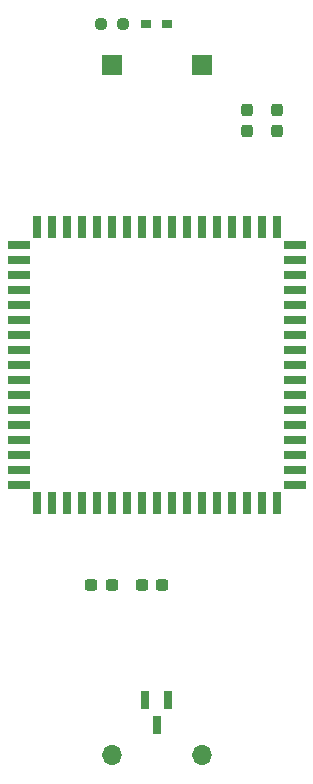
<source format=gbr>
G04 #@! TF.GenerationSoftware,KiCad,Pcbnew,9.0.7-9.0.7~ubuntu25.10.1*
G04 #@! TF.CreationDate,2026-02-01T15:22:41+09:00*
G04 #@! TF.ProjectId,bionic-tms370c250,62696f6e-6963-42d7-946d-733337306332,3*
G04 #@! TF.SameCoordinates,Original*
G04 #@! TF.FileFunction,Soldermask,Top*
G04 #@! TF.FilePolarity,Negative*
%FSLAX46Y46*%
G04 Gerber Fmt 4.6, Leading zero omitted, Abs format (unit mm)*
G04 Created by KiCad (PCBNEW 9.0.7-9.0.7~ubuntu25.10.1) date 2026-02-01 15:22:41*
%MOMM*%
%LPD*%
G01*
G04 APERTURE LIST*
G04 Aperture macros list*
%AMRoundRect*
0 Rectangle with rounded corners*
0 $1 Rounding radius*
0 $2 $3 $4 $5 $6 $7 $8 $9 X,Y pos of 4 corners*
0 Add a 4 corners polygon primitive as box body*
4,1,4,$2,$3,$4,$5,$6,$7,$8,$9,$2,$3,0*
0 Add four circle primitives for the rounded corners*
1,1,$1+$1,$2,$3*
1,1,$1+$1,$4,$5*
1,1,$1+$1,$6,$7*
1,1,$1+$1,$8,$9*
0 Add four rect primitives between the rounded corners*
20,1,$1+$1,$2,$3,$4,$5,0*
20,1,$1+$1,$4,$5,$6,$7,0*
20,1,$1+$1,$6,$7,$8,$9,0*
20,1,$1+$1,$8,$9,$2,$3,0*%
G04 Aperture macros list end*
%ADD10R,0.965200X0.762000*%
%ADD11R,0.700000X1.910000*%
%ADD12R,1.910000X0.700000*%
%ADD13RoundRect,0.237500X0.300000X0.237500X-0.300000X0.237500X-0.300000X-0.237500X0.300000X-0.237500X0*%
%ADD14RoundRect,0.237500X0.237500X-0.300000X0.237500X0.300000X-0.237500X0.300000X-0.237500X-0.300000X0*%
%ADD15RoundRect,0.237500X-0.300000X-0.237500X0.300000X-0.237500X0.300000X0.237500X-0.300000X0.237500X0*%
%ADD16RoundRect,0.237500X0.250000X0.237500X-0.250000X0.237500X-0.250000X-0.237500X0.250000X-0.237500X0*%
%ADD17R,0.660400X1.625600*%
%ADD18O,1.700000X1.700000*%
%ADD19R,1.700000X1.700000*%
G04 APERTURE END LIST*
D10*
X112823700Y-71600200D03*
X114576300Y-71600200D03*
D11*
X113700000Y-88800000D03*
X112430000Y-88800000D03*
X111160000Y-88800000D03*
X109890000Y-88800000D03*
X108620000Y-88800000D03*
X107350000Y-88800000D03*
X106080000Y-88800000D03*
X104810000Y-88800000D03*
X103540000Y-88800000D03*
D12*
X102020000Y-90320000D03*
X102020000Y-91590000D03*
X102020000Y-92860000D03*
X102020000Y-94130000D03*
X102020000Y-95400000D03*
X102020000Y-96670000D03*
X102020000Y-97940000D03*
X102020000Y-99210000D03*
X102020000Y-100480000D03*
X102020000Y-101750000D03*
X102020000Y-103020000D03*
X102020000Y-104290000D03*
X102020000Y-105560000D03*
X102020000Y-106830000D03*
X102020000Y-108100000D03*
X102020000Y-109370000D03*
X102020000Y-110640000D03*
D11*
X103540000Y-112160000D03*
X104810000Y-112160000D03*
X106080000Y-112160000D03*
X107350000Y-112160000D03*
X108620000Y-112160000D03*
X109890000Y-112160000D03*
X111160000Y-112160000D03*
X112430000Y-112160000D03*
X113700000Y-112160000D03*
X114970000Y-112160000D03*
X116240000Y-112160000D03*
X117510000Y-112160000D03*
X118780000Y-112160000D03*
X120050000Y-112160000D03*
X121320000Y-112160000D03*
X122590000Y-112160000D03*
X123860000Y-112160000D03*
D12*
X125380000Y-110640000D03*
X125380000Y-109370000D03*
X125380000Y-108100000D03*
X125380000Y-106830000D03*
X125380000Y-105560000D03*
X125380000Y-104290000D03*
X125380000Y-103020000D03*
X125380000Y-101750000D03*
X125380000Y-100480000D03*
X125380000Y-99210000D03*
X125380000Y-97940000D03*
X125380000Y-96670000D03*
X125380000Y-95400000D03*
X125380000Y-94130000D03*
X125380000Y-92860000D03*
X125380000Y-91590000D03*
X125380000Y-90320000D03*
D11*
X123860000Y-88800000D03*
X122590000Y-88800000D03*
X121320000Y-88800000D03*
X120050000Y-88800000D03*
X118780000Y-88800000D03*
X117510000Y-88800000D03*
X116240000Y-88800000D03*
X114970000Y-88800000D03*
D13*
X109888900Y-119123600D03*
X108163900Y-119123600D03*
D14*
X123860000Y-80615000D03*
X123860000Y-78890000D03*
D15*
X112431100Y-119123600D03*
X114156100Y-119123600D03*
D16*
X110827900Y-71600200D03*
X109002900Y-71600200D03*
D17*
X114650001Y-128828000D03*
X112749999Y-128828000D03*
X113700000Y-130960000D03*
D14*
X121320000Y-80615000D03*
X121320000Y-78890000D03*
D18*
X117510000Y-133500000D03*
D19*
X117510000Y-75080000D03*
X109890000Y-75080000D03*
D18*
X109890000Y-133500000D03*
M02*

</source>
